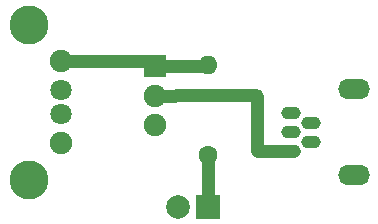
<source format=gbl>
%TF.GenerationSoftware,KiCad,Pcbnew,(5.1.9)-1*%
%TF.CreationDate,2021-04-24T16:03:23-04:00*%
%TF.ProjectId,PowerStripper,506f7765-7253-4747-9269-707065722e6b,v01*%
%TF.SameCoordinates,Original*%
%TF.FileFunction,Copper,L4,Bot*%
%TF.FilePolarity,Positive*%
%FSLAX46Y46*%
G04 Gerber Fmt 4.6, Leading zero omitted, Abs format (unit mm)*
G04 Created by KiCad (PCBNEW (5.1.9)-1) date 2021-04-24 16:03:23*
%MOMM*%
%LPD*%
G01*
G04 APERTURE LIST*
%TA.AperFunction,ComponentPad*%
%ADD10C,3.300000*%
%TD*%
%TA.AperFunction,ComponentPad*%
%ADD11C,1.900000*%
%TD*%
%TA.AperFunction,ComponentPad*%
%ADD12C,1.800000*%
%TD*%
%TA.AperFunction,ComponentPad*%
%ADD13O,1.650000X1.100000*%
%TD*%
%TA.AperFunction,ComponentPad*%
%ADD14O,2.700000X1.700000*%
%TD*%
%TA.AperFunction,ComponentPad*%
%ADD15R,2.000000X2.000000*%
%TD*%
%TA.AperFunction,ComponentPad*%
%ADD16C,2.000000*%
%TD*%
%TA.AperFunction,ComponentPad*%
%ADD17O,1.600000X1.600000*%
%TD*%
%TA.AperFunction,ComponentPad*%
%ADD18C,1.600000*%
%TD*%
%TA.AperFunction,ComponentPad*%
%ADD19R,1.900000X1.900000*%
%TD*%
%TA.AperFunction,Conductor*%
%ADD20C,1.100000*%
%TD*%
G04 APERTURE END LIST*
D10*
%TO.P,J2,SH*%
%TO.N,GND*%
X103632000Y-96808000D03*
X103632000Y-109948000D03*
D11*
%TO.P,J2,1*%
%TO.N,Net-(J2-Pad1)*%
X106342000Y-99878000D03*
D12*
%TO.P,J2,2*%
%TO.N,D-*%
X106342000Y-102378000D03*
%TO.P,J2,3*%
%TO.N,D+*%
X106342000Y-104378000D03*
D11*
%TO.P,J2,4*%
%TO.N,GND*%
X106342000Y-106878000D03*
%TD*%
D13*
%TO.P,J1,3*%
%TO.N,D+*%
X125836000Y-105918000D03*
%TO.P,J1,1*%
%TO.N,Net-(J1-Pad1)*%
X125836000Y-107518000D03*
%TO.P,J1,5*%
%TO.N,GND*%
X125836000Y-104318000D03*
%TO.P,J1,2*%
%TO.N,D-*%
X127586000Y-106718000D03*
%TO.P,J1,4*%
%TO.N,Net-(J1-Pad4)*%
X127586000Y-105118000D03*
D14*
%TO.P,J1,SH*%
%TO.N,GND*%
X131161000Y-109568000D03*
X131161000Y-102268000D03*
%TD*%
D15*
%TO.P,D1,1*%
%TO.N,Net-(D1-Pad1)*%
X118846600Y-112242600D03*
D16*
%TO.P,D1,2*%
%TO.N,GND*%
X116306600Y-112242600D03*
%TD*%
D17*
%TO.P,R1,2*%
%TO.N,Net-(J2-Pad1)*%
X118846600Y-100228400D03*
D18*
%TO.P,R1,1*%
%TO.N,Net-(D1-Pad1)*%
X118846600Y-107848400D03*
%TD*%
D19*
%TO.P,S1,1*%
%TO.N,Net-(J2-Pad1)*%
X114300000Y-100330000D03*
D11*
%TO.P,S1,2*%
%TO.N,Net-(J1-Pad1)*%
X114300000Y-102830000D03*
%TO.P,S1,3*%
%TO.N,Net-(S1-Pad3)*%
X114300000Y-105330000D03*
%TD*%
D20*
%TO.N,Net-(D1-Pad1)*%
X118846600Y-107848400D02*
X118846600Y-112242600D01*
%TO.N,Net-(J1-Pad1)*%
X116051754Y-102830000D02*
X116087954Y-102793800D01*
X114300000Y-102830000D02*
X116051754Y-102830000D01*
X116087954Y-102793800D02*
X122910600Y-102793800D01*
X122910600Y-102793800D02*
X122961400Y-102844600D01*
X122961400Y-102844600D02*
X122961400Y-107467400D01*
X123012000Y-107518000D02*
X126111000Y-107518000D01*
X122961400Y-107467400D02*
X123012000Y-107518000D01*
%TO.N,Net-(J2-Pad1)*%
X113848000Y-99878000D02*
X114300000Y-100330000D01*
X106342000Y-99878000D02*
X113848000Y-99878000D01*
X118745000Y-100330000D02*
X118846600Y-100228400D01*
X114300000Y-100330000D02*
X118745000Y-100330000D01*
%TD*%
M02*

</source>
